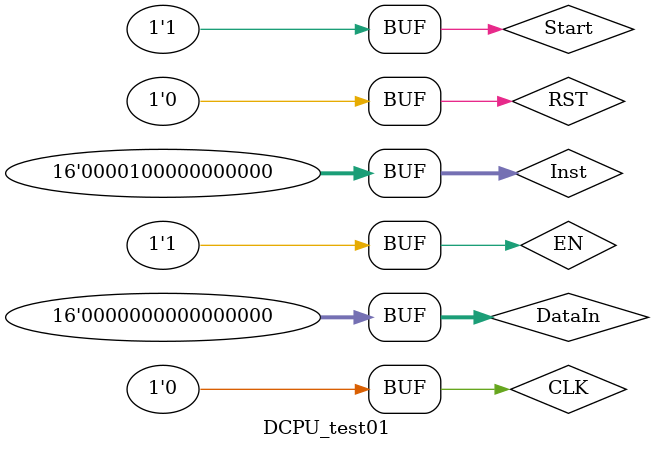
<source format=v>
`timescale 1ns / 1ps


module DCPU_test01;

  // === Instruction Definitions ===
  // General
  `define NOP   5'b00000
  `define HALT  5'b00001
  // Data Transfer
  `define LOAD  5'b00010
  `define STORE 5'b00011
  `define LDIL  5'b00100
  `define LDIH  5'b00101
  // Control
  `define JUMP  5'b00110
  `define JMPR  5'b00111
  `define BZ    5'b01000
  `define BNZ   5'b01001
  `define BN    5'b01010
  `define BNN   5'b01011
  `define BC    5'b01100
  `define BNC   5'b01101
  `define BB    5'b01110
  `define BS    5'b01111
  // Arithmetic
  `define ADD   5'b10000
  `define ADDI  5'b10001
  `define ADDC  5'b10010
  `define SUB   5'b10011
  `define SUBI  5'b10100
  `define SUBB  5'b10101
  `define INC   5'b10110
  `define CMP   5'b10111
  // Control
  `define BE    5'b11000
  // Logic
  `define XOR   5'b11001
  `define AND   5'b11010
  `define OR    5'b11011
  // Shift
  `define SLL   5'b11100
  `define SLA   5'b11101
  `define SRL   5'b11110
  `define SRA   5'b11111
  
  // === General Registers ===
  `define AR0 3'h0
  `define BR0 4'h0
  `define AR1 3'h1
  `define BR1 4'h1
  `define AR2 3'h2
  `define BR2 4'h2
  `define AR3 3'h3
  `define BR3 4'h3
  `define AR4 3'h4
  `define BR4 4'h4
  `define AR5 3'h5
  `define BR5 4'h5
  `define AR6 3'h6
  `define BR6 4'h6
  `define AR7 3'h7
  `define BR7 4'h7
  

	// Inputs
	reg CLK;
	reg RST;
	reg EN;
	reg Start;
	reg [15:0] Inst;
	reg [15:0] DataIn;

	// Outputs
	wire [7:0] InstMemAddr;
	wire [7:0] DataMemAddr;
	wire DataMemWE;
	wire [15:0] DataOut;
  //wire [15:0] DEBUG;

	// Instantiate the Unit Under Test (UUT)
	DCPU uut (
    //.DEBUG(DEBUG),
		.CLK(CLK), 
		.RST(RST), 
		.EN(EN), 
		.Start(Start), 
		.InstMemAddr(InstMemAddr), 
		.Inst(Inst), 
		.DataMemAddr(DataMemAddr), 
		.DataIn(DataIn), 
		.DataMemWE(DataMemWE), 
		.DataOut(DataOut)
	);

	initial begin
		// Initialize Inputs
		CLK = 0;
		RST = 0;
		EN = 0;
		Start = 0;
		Inst = 0;
		DataIn = 0;

		// Global reset
    #100;
    RST <= 1'b1;
    #100;
    RST <= 1'b0;
    #100;
    EN    <= 1'b1;
    Start <= 1'b1;
    #100;
    Inst <= {`NOP,   3'h0, 4'h0, 4'h0}; #10; CLK <= 1; #10; CLK <= 0;
    Inst <= {`NOP,   3'h0, 4'h0, 4'h0}; #10; CLK <= 1; #10; CLK <= 0;
    $display("CLK:InstMemAddr:Inst:DataMemAddr:DataIn:DataMemWE:DataOut");
    
		// Monitor configuration
    $monitor("%b  :%h         :%h:%h         :%h  :%b        :%h   ",
             uut.CLK,
             uut.InstMemAddr,
             uut.Inst,
             uut.DataMemAddr,
             uut.DataIn,
             uut.DataMemWE,
             uut.DataOut);
    
    // Test banch
    Inst <= {`LDIL,  `AR0, 4'h0, 4'h1}; #10; CLK <= 1; #10; CLK <= 0;
    Inst <= {`LDIL,  `AR1, 4'h0, 4'h2}; #10; CLK <= 1; #10; CLK <= 0;
    Inst <= {`NOP,   3'h0, 4'h0, 4'h0}; #10; CLK <= 1; #10; CLK <= 0;
    Inst <= {`NOP,   3'h0, 4'h0, 4'h0}; #10; CLK <= 1; #10; CLK <= 0;
    Inst <= {`NOP,   3'h0, 4'h0, 4'h0}; #10; CLK <= 1; #10; CLK <= 0;
    
    Inst <= {`ADD,   `AR0, `BR0, `BR1}; #10; CLK <= 1; #10; CLK <= 0;
    Inst <= {`NOP,   3'h0, 4'h0, 4'h0}; #10; CLK <= 1; #10; CLK <= 0;
    Inst <= {`NOP,   3'h0, 4'h0, 4'h0}; #10; CLK <= 1; #10; CLK <= 0;
    Inst <= {`NOP,   3'h0, 4'h0, 4'h0}; #10; CLK <= 1; #10; CLK <= 0;
    
    Inst <= {`STORE, `AR0, `BR2, 4'h0}; #10; CLK <= 1; #10; CLK <= 0;
    Inst <= {`NOP,   3'h0, 4'h0, 4'h0}; #10; CLK <= 1; #10; CLK <= 0;
    Inst <= {`NOP,   3'h0, 4'h0, 4'h0}; #10; CLK <= 1; #10; CLK <= 0;
    Inst <= {`NOP,   3'h0, 4'h0, 4'h0}; #10; CLK <= 1; #10; CLK <= 0;
    Inst <= {`NOP,   3'h0, 4'h0, 4'h0}; #10; CLK <= 1; #10; CLK <= 0;
    Inst <= {`NOP,   3'h0, 4'h0, 4'h0}; #10; CLK <= 1; #10; CLK <= 0;
    Inst <= {`HALT,  3'h0, 4'h0, 4'h0}; #10; CLK <= 1; #10; CLK <= 0;

	end
      
endmodule


</source>
